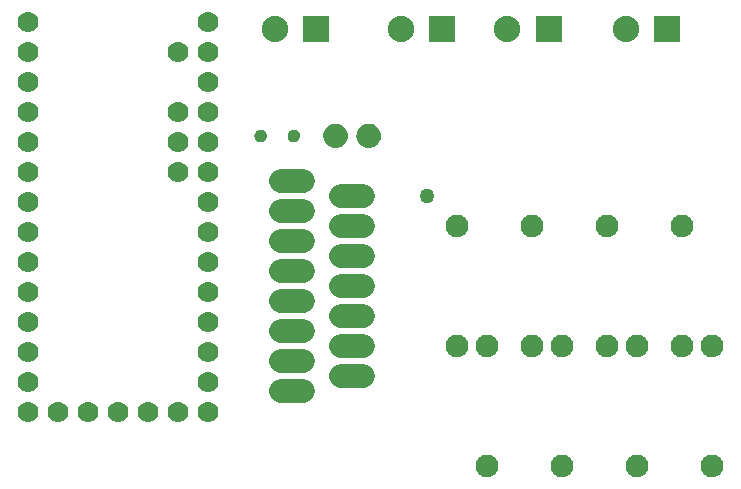
<source format=gbs>
G75*
%MOIN*%
%OFA0B0*%
%FSLAX25Y25*%
%IPPOS*%
%LPD*%
%AMOC8*
5,1,8,0,0,1.08239X$1,22.5*
%
%ADD10C,0.00500*%
%ADD11C,0.07924*%
%ADD12R,0.08800X0.08800*%
%ADD13C,0.08800*%
%ADD14C,0.07000*%
%ADD15C,0.07600*%
%ADD16C,0.04965*%
D10*
X0118142Y0118621D02*
X0117673Y0119177D01*
X0117322Y0119814D01*
X0117101Y0120507D01*
X0117020Y0121230D01*
X0117070Y0121890D01*
X0117234Y0122531D01*
X0117506Y0123134D01*
X0117879Y0123680D01*
X0118341Y0124153D01*
X0118879Y0124539D01*
X0119475Y0124826D01*
X0120112Y0125005D01*
X0120770Y0125070D01*
X0121428Y0125003D01*
X0122065Y0124822D01*
X0122660Y0124534D01*
X0123197Y0124147D01*
X0123658Y0123672D01*
X0124029Y0123125D01*
X0124300Y0122521D01*
X0124462Y0121880D01*
X0124510Y0121220D01*
X0124432Y0120500D01*
X0124214Y0119810D01*
X0123866Y0119176D01*
X0123401Y0118622D01*
X0122837Y0118169D01*
X0122195Y0117835D01*
X0121501Y0117633D01*
X0120780Y0117570D01*
X0120055Y0117631D01*
X0119356Y0117833D01*
X0118710Y0118167D01*
X0118142Y0118621D01*
X0118356Y0118450D02*
X0123187Y0118450D01*
X0123675Y0118949D02*
X0117866Y0118949D01*
X0117524Y0119447D02*
X0124015Y0119447D01*
X0124257Y0119946D02*
X0117280Y0119946D01*
X0117121Y0120444D02*
X0124414Y0120444D01*
X0124480Y0120943D02*
X0117053Y0120943D01*
X0117036Y0121441D02*
X0124494Y0121441D01*
X0124447Y0121940D02*
X0117083Y0121940D01*
X0117210Y0122438D02*
X0124321Y0122438D01*
X0124114Y0122937D02*
X0117417Y0122937D01*
X0117712Y0123435D02*
X0123819Y0123435D01*
X0123404Y0123934D02*
X0118127Y0123934D01*
X0118730Y0124432D02*
X0122801Y0124432D01*
X0121682Y0124931D02*
X0119849Y0124931D01*
X0128254Y0122531D02*
X0128090Y0121890D01*
X0128041Y0121230D01*
X0128122Y0120507D01*
X0128342Y0119814D01*
X0128693Y0119177D01*
X0129162Y0118621D01*
X0129731Y0118167D01*
X0130377Y0117833D01*
X0131075Y0117631D01*
X0131800Y0117570D01*
X0132521Y0117633D01*
X0133215Y0117835D01*
X0133857Y0118169D01*
X0134421Y0118622D01*
X0134886Y0119176D01*
X0135234Y0119810D01*
X0135452Y0120500D01*
X0135530Y0121220D01*
X0135482Y0121880D01*
X0135320Y0122521D01*
X0135049Y0123125D01*
X0134678Y0123672D01*
X0134217Y0124147D01*
X0133680Y0124534D01*
X0133085Y0124822D01*
X0132448Y0125003D01*
X0131790Y0125070D01*
X0131132Y0125005D01*
X0130495Y0124826D01*
X0129899Y0124539D01*
X0129361Y0124153D01*
X0128899Y0123680D01*
X0128526Y0123134D01*
X0128254Y0122531D01*
X0128230Y0122438D02*
X0135341Y0122438D01*
X0135467Y0121940D02*
X0128103Y0121940D01*
X0128056Y0121441D02*
X0135514Y0121441D01*
X0135500Y0120943D02*
X0128073Y0120943D01*
X0128142Y0120444D02*
X0135434Y0120444D01*
X0135277Y0119946D02*
X0128300Y0119946D01*
X0128544Y0119447D02*
X0135035Y0119447D01*
X0134696Y0118949D02*
X0128886Y0118949D01*
X0129376Y0118450D02*
X0134207Y0118450D01*
X0133439Y0117952D02*
X0130147Y0117952D01*
X0122419Y0117952D02*
X0119127Y0117952D01*
X0128437Y0122937D02*
X0135134Y0122937D01*
X0134839Y0123435D02*
X0128732Y0123435D01*
X0129147Y0123934D02*
X0134424Y0123934D01*
X0133821Y0124432D02*
X0129750Y0124432D01*
X0130869Y0124931D02*
X0132702Y0124931D01*
X0108545Y0121640D02*
X0108422Y0122023D01*
X0108216Y0122369D01*
X0107939Y0122660D01*
X0107604Y0122882D01*
X0107228Y0123025D01*
X0106830Y0123080D01*
X0106437Y0123028D01*
X0106065Y0122891D01*
X0105733Y0122675D01*
X0105458Y0122390D01*
X0105252Y0122051D01*
X0105128Y0121674D01*
X0105090Y0121280D01*
X0105137Y0120896D01*
X0105267Y0120533D01*
X0105476Y0120208D01*
X0105751Y0119937D01*
X0106080Y0119734D01*
X0106446Y0119610D01*
X0106830Y0119570D01*
X0107211Y0119604D01*
X0107576Y0119722D01*
X0107905Y0119918D01*
X0108182Y0120182D01*
X0108393Y0120502D01*
X0108528Y0120860D01*
X0108580Y0121240D01*
X0108545Y0121640D01*
X0108562Y0121441D02*
X0105106Y0121441D01*
X0105131Y0120943D02*
X0108539Y0120943D01*
X0108355Y0120444D02*
X0105324Y0120444D01*
X0105742Y0119946D02*
X0107934Y0119946D01*
X0108448Y0121940D02*
X0105216Y0121940D01*
X0105504Y0122438D02*
X0108150Y0122438D01*
X0107460Y0122937D02*
X0106188Y0122937D01*
X0097525Y0121640D02*
X0097402Y0122023D01*
X0097196Y0122369D01*
X0096919Y0122660D01*
X0096584Y0122882D01*
X0096208Y0123025D01*
X0095810Y0123080D01*
X0095417Y0123028D01*
X0095045Y0122891D01*
X0094713Y0122675D01*
X0094438Y0122390D01*
X0094232Y0122051D01*
X0094108Y0121674D01*
X0094070Y0121280D01*
X0094117Y0120896D01*
X0094247Y0120533D01*
X0094456Y0120208D01*
X0094731Y0119937D01*
X0095060Y0119734D01*
X0095426Y0119610D01*
X0095810Y0119570D01*
X0096191Y0119604D01*
X0096556Y0119722D01*
X0096885Y0119918D01*
X0097162Y0120182D01*
X0097373Y0120502D01*
X0097508Y0120860D01*
X0097560Y0121240D01*
X0097525Y0121640D01*
X0097542Y0121441D02*
X0094086Y0121441D01*
X0094111Y0120943D02*
X0097519Y0120943D01*
X0097335Y0120444D02*
X0094304Y0120444D01*
X0094722Y0119946D02*
X0096914Y0119946D01*
X0097428Y0121940D02*
X0094196Y0121940D01*
X0094484Y0122438D02*
X0097130Y0122438D01*
X0096440Y0122937D02*
X0095168Y0122937D01*
D11*
X0102738Y0106300D02*
X0109862Y0106300D01*
X0109862Y0096300D02*
X0102738Y0096300D01*
X0102738Y0086300D02*
X0109862Y0086300D01*
X0109862Y0076300D02*
X0102738Y0076300D01*
X0102738Y0066300D02*
X0109862Y0066300D01*
X0122738Y0061300D02*
X0129862Y0061300D01*
X0129862Y0051300D02*
X0122738Y0051300D01*
X0122738Y0041300D02*
X0129862Y0041300D01*
X0109862Y0036300D02*
X0102738Y0036300D01*
X0102738Y0046300D02*
X0109862Y0046300D01*
X0109862Y0056300D02*
X0102738Y0056300D01*
X0122738Y0071300D02*
X0129862Y0071300D01*
X0129862Y0081300D02*
X0122738Y0081300D01*
X0122738Y0091300D02*
X0129862Y0091300D01*
X0129862Y0101300D02*
X0122738Y0101300D01*
D12*
X0114300Y0156800D03*
X0156300Y0156800D03*
X0191800Y0156800D03*
X0231300Y0156800D03*
D13*
X0217520Y0156800D03*
X0178020Y0156800D03*
X0142520Y0156800D03*
X0100520Y0156800D03*
D14*
X0018300Y0029300D03*
X0028300Y0029300D03*
X0038300Y0029300D03*
X0048300Y0029300D03*
X0058300Y0029300D03*
X0068300Y0029300D03*
X0078300Y0029300D03*
X0078300Y0039300D03*
X0078300Y0049300D03*
X0078300Y0059300D03*
X0078300Y0069300D03*
X0078300Y0079300D03*
X0078300Y0089300D03*
X0078300Y0099300D03*
X0078300Y0109300D03*
X0068300Y0109300D03*
X0068300Y0119300D03*
X0078300Y0119300D03*
X0078300Y0129300D03*
X0068300Y0129300D03*
X0078300Y0139300D03*
X0078300Y0149300D03*
X0068300Y0149300D03*
X0078300Y0159300D03*
X0018300Y0159300D03*
X0018300Y0149300D03*
X0018300Y0139300D03*
X0018300Y0129300D03*
X0018300Y0119300D03*
X0018300Y0109300D03*
X0018300Y0099300D03*
X0018300Y0089300D03*
X0018300Y0079300D03*
X0018300Y0069300D03*
X0018300Y0059300D03*
X0018300Y0049300D03*
X0018300Y0039300D03*
D15*
X0161300Y0051300D03*
X0171300Y0051300D03*
X0186300Y0051300D03*
X0196300Y0051300D03*
X0211300Y0051300D03*
X0221300Y0051300D03*
X0236300Y0051300D03*
X0246300Y0051300D03*
X0246300Y0011300D03*
X0221300Y0011300D03*
X0196300Y0011300D03*
X0171300Y0011300D03*
X0161300Y0091300D03*
X0186300Y0091300D03*
X0211300Y0091300D03*
X0236300Y0091300D03*
D16*
X0151300Y0101300D03*
M02*

</source>
